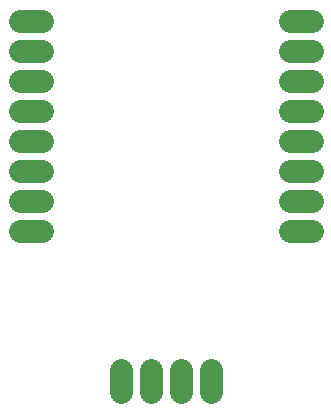
<source format=gbr>
G04 EAGLE Gerber RS-274X export*
G75*
%MOMM*%
%FSLAX34Y34*%
%LPD*%
%INSoldermask Top*%
%IPPOS*%
%AMOC8*
5,1,8,0,0,1.08239X$1,22.5*%
G01*
%ADD10C,1.981200*%


D10*
X212598Y431800D02*
X193802Y431800D01*
X193802Y457200D02*
X212598Y457200D01*
X212598Y482600D02*
X193802Y482600D01*
X193802Y508000D02*
X212598Y508000D01*
X212598Y533400D02*
X193802Y533400D01*
X193802Y558800D02*
X212598Y558800D01*
X212598Y584200D02*
X193802Y584200D01*
X193802Y609600D02*
X212598Y609600D01*
X422402Y609600D02*
X441198Y609600D01*
X441198Y584200D02*
X422402Y584200D01*
X422402Y558800D02*
X441198Y558800D01*
X441198Y533400D02*
X422402Y533400D01*
X422402Y508000D02*
X441198Y508000D01*
X441198Y482600D02*
X422402Y482600D01*
X422402Y457200D02*
X441198Y457200D01*
X441198Y431800D02*
X422402Y431800D01*
X279400Y314198D02*
X279400Y295402D01*
X304800Y295402D02*
X304800Y314198D01*
X330200Y314198D02*
X330200Y295402D01*
X355600Y295402D02*
X355600Y314198D01*
M02*

</source>
